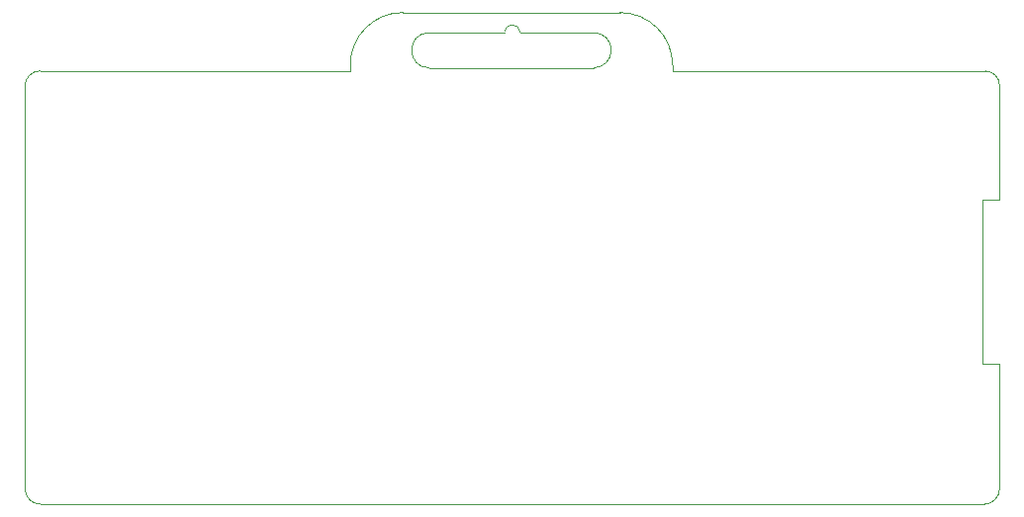
<source format=gbr>
%TF.GenerationSoftware,KiCad,Pcbnew,8.0.9-8.0.9-0~ubuntu22.04.1*%
%TF.CreationDate,2025-08-10T04:03:49+02:00*%
%TF.ProjectId,H-C3-ulp29,482d4333-2d75-46c7-9032-392e6b696361,rev?*%
%TF.SameCoordinates,Original*%
%TF.FileFunction,Profile,NP*%
%FSLAX46Y46*%
G04 Gerber Fmt 4.6, Leading zero omitted, Abs format (unit mm)*
G04 Created by KiCad (PCBNEW 8.0.9-8.0.9-0~ubuntu22.04.1) date 2025-08-10 04:03:49*
%MOMM*%
%LPD*%
G01*
G04 APERTURE LIST*
%TA.AperFunction,Profile*%
%ADD10C,0.100000*%
%TD*%
%TA.AperFunction,Profile*%
%ADD11C,0.050000*%
%TD*%
G04 APERTURE END LIST*
D10*
X168301812Y-44512144D02*
G75*
G02*
X169500000Y-45727000I-18812J-1216856D01*
G01*
D11*
X120706992Y-44236406D02*
G75*
G02*
X120709992Y-41215394I1508J1510506D01*
G01*
D10*
X86104218Y-45790000D02*
G75*
G02*
X87400000Y-44497221I1292782J0D01*
G01*
D11*
X134771992Y-41212408D02*
G75*
G02*
X134768992Y-44236392I-1492J-1511992D01*
G01*
D10*
X169500000Y-45727000D02*
X169500000Y-55500000D01*
X168301812Y-44512144D02*
X141526010Y-44500000D01*
X137021990Y-39496975D02*
G75*
G02*
X141525025Y-43998000I10J-4503025D01*
G01*
X118440990Y-39496975D02*
X137021990Y-39496975D01*
X168000000Y-69600000D02*
X169500000Y-69600000D01*
X169500000Y-69600000D02*
X169500000Y-80300000D01*
X169500000Y-80304226D02*
G75*
G02*
X168198232Y-81600014I-1301800J6026D01*
G01*
X168000000Y-55500000D02*
X168000000Y-69600000D01*
X141525000Y-43998000D02*
X141526010Y-44500000D01*
X87399992Y-81600000D02*
G75*
G02*
X86104186Y-80298232I6008J1301800D01*
G01*
D11*
X120706992Y-44236407D02*
X134768992Y-44236407D01*
D10*
X168000000Y-55500000D02*
X169500000Y-55500000D01*
X87399992Y-81600000D02*
X168198232Y-81600000D01*
D11*
X120709992Y-41215407D02*
X127131975Y-41212221D01*
D10*
X113941712Y-44500000D02*
X113940702Y-43998000D01*
D11*
X128466008Y-41209592D02*
X134771992Y-41212407D01*
D10*
X86104218Y-45790000D02*
X86104218Y-80300000D01*
X113940702Y-43998000D02*
G75*
G02*
X118440990Y-39495001I4500298J2700D01*
G01*
D11*
X127131976Y-41212221D02*
G75*
G02*
X128466058Y-41209593I667024J10021D01*
G01*
D10*
X113941712Y-44500000D02*
X87400000Y-44497221D01*
M02*

</source>
